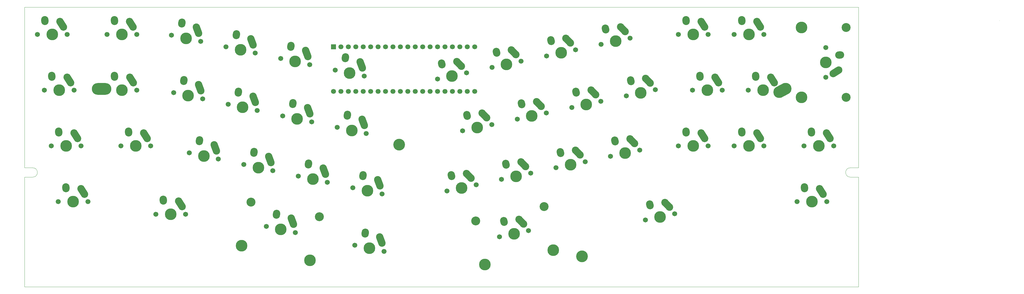
<source format=gts>
%TF.GenerationSoftware,KiCad,Pcbnew,(6.0.6)*%
%TF.CreationDate,2022-07-10T17:12:38+03:00*%
%TF.ProjectId,liisa,6c696973-612e-46b6-9963-61645f706362,rev?*%
%TF.SameCoordinates,Original*%
%TF.FileFunction,Soldermask,Top*%
%TF.FilePolarity,Negative*%
%FSLAX46Y46*%
G04 Gerber Fmt 4.6, Leading zero omitted, Abs format (unit mm)*
G04 Created by KiCad (PCBNEW (6.0.6)) date 2022-07-10 17:12:38*
%MOMM*%
%LPD*%
G01*
G04 APERTURE LIST*
G04 Aperture macros list*
%AMHorizOval*
0 Thick line with rounded ends*
0 $1 width*
0 $2 $3 position (X,Y) of the first rounded end (center of the circle)*
0 $4 $5 position (X,Y) of the second rounded end (center of the circle)*
0 Add line between two ends*
20,1,$1,$2,$3,$4,$5,0*
0 Add two circle primitives to create the rounded ends*
1,1,$1,$2,$3*
1,1,$1,$4,$5*%
G04 Aperture macros list end*
%TA.AperFunction,Profile*%
%ADD10C,0.100000*%
%TD*%
%ADD11C,3.987800*%
%ADD12C,1.701800*%
%ADD13HorizOval,2.500000X-0.788523X0.802407X0.788523X-0.802407X0*%
%ADD14HorizOval,2.500000X-0.079448X0.278905X0.079448X-0.278905X0*%
%ADD15C,4.000000*%
%ADD16O,6.700000X4.000000*%
%ADD17HorizOval,4.000000X-1.103684X-0.586839X1.103684X0.586839X0*%
%ADD18HorizOval,2.500000X-0.393983X1.053756X0.393983X-1.053756X0*%
%ADD19HorizOval,2.500000X0.040861X0.287107X-0.040861X-0.287107X0*%
%ADD20HorizOval,2.500000X-0.604462X0.948815X0.604462X-0.948815X0*%
%ADD21HorizOval,2.500000X-0.019724X0.289328X0.019724X-0.289328X0*%
%ADD22C,3.048000*%
%ADD23HorizOval,2.500000X0.948815X0.604462X-0.948815X-0.604462X0*%
%ADD24HorizOval,2.500000X0.289328X0.019724X-0.289328X-0.019724X0*%
%ADD25C,1.700000*%
%ADD26R,1.700000X1.700000*%
G04 APERTURE END LIST*
D10*
X320410000Y-113520000D02*
X320410000Y-76010000D01*
X38210000Y-72820000D02*
X35410000Y-72820000D01*
X368553350Y-22485001D02*
X368553350Y-22485001D01*
X35410000Y-17920000D02*
X320410000Y-17920000D01*
X38210000Y-76020000D02*
G75*
G03*
X38210000Y-72820000I0J1600000D01*
G01*
X320410000Y-76010000D02*
X317610000Y-76010000D01*
X320410000Y-17920000D02*
X320410000Y-72810000D01*
X35410000Y-76020000D02*
X35410000Y-113520000D01*
X38210000Y-76020000D02*
X35410000Y-76020000D01*
X320410000Y-72810000D02*
X317610000Y-72810000D01*
X317610000Y-72810000D02*
G75*
G03*
X317610000Y-76010000I0J-1600000D01*
G01*
X320410000Y-113520000D02*
X35410000Y-113520000D01*
X35410000Y-72820000D02*
X35410000Y-17920000D01*
D11*
%TO.C,K24*%
X190109366Y-59075760D03*
D12*
X185140376Y-60131951D03*
X195078356Y-58019569D03*
D13*
X192561387Y-54955928D03*
D14*
X186648537Y-54914370D03*
%TD*%
D15*
%TO.C,HOLE_M3*%
X225910000Y-103120000D03*
%TD*%
D16*
%TO.C,HOLE_M3*%
X61710000Y-45820000D03*
%TD*%
D17*
%TO.C,HOLE_M3*%
X294409020Y-46401931D03*
%TD*%
D15*
%TO.C,HOLE_M3*%
X163400000Y-64920000D03*
%TD*%
D12*
%TO.C,K14*%
X110338786Y-71702384D03*
X120276766Y-73814766D03*
D11*
X115307776Y-72758575D03*
D18*
X119223496Y-69992248D03*
D19*
X113838741Y-67549311D03*
%TD*%
D12*
%TO.C,K34*%
X250979491Y-46137416D03*
D11*
X246010501Y-47193607D03*
D12*
X241041511Y-48249798D03*
D13*
X248462522Y-43073775D03*
D14*
X242549672Y-43032217D03*
%TD*%
D11*
%TO.C,K13*%
X109951638Y-52144503D03*
D12*
X114920628Y-53200694D03*
X104982648Y-51088312D03*
D18*
X113867358Y-49378176D03*
D19*
X108482603Y-46935239D03*
%TD*%
D11*
%TO.C,K18*%
X133941488Y-76719293D03*
D12*
X138910478Y-77775484D03*
X128972498Y-75663102D03*
D18*
X137857208Y-73952966D03*
D19*
X132472453Y-71510029D03*
%TD*%
D12*
%TO.C,K31*%
X222407800Y-52210517D03*
X232345780Y-50098135D03*
D11*
X227376790Y-51154326D03*
D13*
X229828811Y-47034494D03*
D14*
X223915961Y-46992936D03*
%TD*%
D11*
%TO.C,K17*%
X128585350Y-56105223D03*
D12*
X123616360Y-55049032D03*
X133554340Y-57161414D03*
D18*
X132501070Y-53338896D03*
D19*
X127116315Y-50895959D03*
%TD*%
D12*
%TO.C,K25*%
X179784238Y-80746022D03*
D11*
X184753228Y-79689831D03*
D12*
X189722218Y-78633640D03*
D13*
X187205249Y-75569999D03*
D14*
X181292399Y-75528441D03*
%TD*%
D12*
%TO.C,K26*%
X195154942Y-38527701D03*
X205092922Y-36415319D03*
D11*
X200123932Y-37471510D03*
D13*
X202575953Y-33351678D03*
D14*
X196663103Y-33310120D03*
%TD*%
D11*
%TO.C,K37*%
X268728750Y-46307500D03*
D12*
X263648750Y-46307500D03*
X273808750Y-46307500D03*
D20*
X271983750Y-42787500D03*
D21*
X266208750Y-41517500D03*
%TD*%
D12*
%TO.C,K22*%
X158241901Y-101360092D03*
D11*
X153272911Y-100303901D03*
D12*
X148303921Y-99247710D03*
D18*
X157188631Y-97537574D03*
D19*
X151803876Y-95094637D03*
%TD*%
D12*
%TO.C,K21*%
X147606210Y-79623820D03*
D11*
X152575200Y-80680011D03*
D12*
X157544190Y-81736202D03*
D18*
X156490920Y-77913684D03*
D19*
X151106165Y-75470747D03*
%TD*%
D11*
%TO.C,K2*%
X47272500Y-46307500D03*
D12*
X42192500Y-46307500D03*
X52352500Y-46307500D03*
D20*
X50527500Y-42787500D03*
D21*
X44752500Y-41517500D03*
%TD*%
D12*
%TO.C,K6*%
X73783750Y-46307500D03*
D11*
X68703750Y-46307500D03*
D20*
X71958750Y-42787500D03*
D21*
X66183750Y-41517500D03*
%TD*%
D12*
%TO.C,K38*%
X258886250Y-65357500D03*
X269046250Y-65357500D03*
D11*
X263966250Y-65357500D03*
D20*
X267221250Y-61837500D03*
D21*
X261446250Y-60567500D03*
%TD*%
%TO.C,K1*%
X42371250Y-22467500D03*
D20*
X48146250Y-23737500D03*
D12*
X49971250Y-27257500D03*
D11*
X44891250Y-27257500D03*
D12*
X39811250Y-27257500D03*
%TD*%
%TO.C,K7*%
X68386250Y-65357500D03*
X78546250Y-65357500D03*
D11*
X73466250Y-65357500D03*
D20*
X76721250Y-61837500D03*
D21*
X70946250Y-60567500D03*
%TD*%
D11*
%TO.C,K11*%
X96674064Y-68797857D03*
D12*
X91705074Y-67741666D03*
X101643054Y-69854048D03*
D18*
X100589784Y-66031530D03*
D19*
X95205029Y-63588593D03*
%TD*%
D12*
%TO.C,K28*%
X208355930Y-74672923D03*
X198417950Y-76785305D03*
D11*
X203386940Y-75729114D03*
D13*
X205838961Y-71609282D03*
D14*
X199926111Y-71567724D03*
%TD*%
D12*
%TO.C,K8*%
X90452500Y-88676736D03*
X80292500Y-88676736D03*
D11*
X85372500Y-88676736D03*
D20*
X88627500Y-85156736D03*
D21*
X82852500Y-83886736D03*
%TD*%
D11*
%TO.C,K41*%
X287778750Y-46307500D03*
D12*
X282698750Y-46307500D03*
D20*
X291033750Y-42787500D03*
D21*
X285258750Y-41517500D03*
%TD*%
D22*
%TO.C,K15*%
X136122517Y-89517424D03*
D12*
X127962118Y-94923926D03*
X118024138Y-92811544D03*
D11*
X132953943Y-104424393D03*
X109599691Y-99460294D03*
D22*
X112768265Y-84553324D03*
D11*
X122993128Y-93867735D03*
D18*
X126908848Y-91101408D03*
D19*
X121524093Y-88658471D03*
%TD*%
%TO.C,K9*%
X89151181Y-23350631D03*
D18*
X94535936Y-25793568D03*
D11*
X90620216Y-28559895D03*
D12*
X85651226Y-27503704D03*
X95589206Y-29616086D03*
%TD*%
%TO.C,K45*%
X299367500Y-84407500D03*
X309527500Y-84407500D03*
D11*
X304447500Y-84407500D03*
D20*
X307702500Y-80887500D03*
D21*
X301927500Y-79617500D03*
%TD*%
D12*
%TO.C,K42*%
X288096250Y-65357500D03*
D11*
X283016250Y-65357500D03*
D12*
X277936250Y-65357500D03*
D20*
X286271250Y-61837500D03*
D21*
X280496250Y-60567500D03*
%TD*%
D12*
%TO.C,K35*%
X235685373Y-68863869D03*
X245623353Y-66751487D03*
D11*
X240654363Y-67807678D03*
D13*
X243106384Y-63687846D03*
D14*
X237193534Y-63646288D03*
%TD*%
D12*
%TO.C,K4*%
X57115000Y-84407500D03*
D11*
X52035000Y-84407500D03*
D12*
X46955000Y-84407500D03*
D20*
X55290000Y-80887500D03*
D21*
X49515000Y-79617500D03*
%TD*%
D12*
%TO.C,K44*%
X311908750Y-65357500D03*
D11*
X306828750Y-65357500D03*
D12*
X301748750Y-65357500D03*
D20*
X310083750Y-61837500D03*
D21*
X304308750Y-60567500D03*
%TD*%
D12*
%TO.C,K39*%
X247623912Y-90670739D03*
D11*
X252592902Y-89614548D03*
D12*
X257561892Y-88558357D03*
D13*
X255044923Y-85494716D03*
D14*
X249132073Y-85453158D03*
%TD*%
D12*
%TO.C,K16*%
X132856630Y-37537522D03*
D11*
X127887640Y-36481331D03*
D12*
X122918650Y-35425140D03*
D18*
X131803360Y-33715004D03*
D19*
X126418605Y-31272067D03*
%TD*%
D12*
%TO.C,K36*%
X258886250Y-27257500D03*
D11*
X263966250Y-27257500D03*
D12*
X269046250Y-27257500D03*
D20*
X267221250Y-23737500D03*
D21*
X261446250Y-22467500D03*
%TD*%
D12*
%TO.C,K30*%
X223726634Y-32454602D03*
X213788654Y-34566984D03*
D11*
X218757644Y-33510793D03*
D13*
X221209665Y-29390961D03*
D14*
X215296815Y-29349403D03*
%TD*%
D22*
%TO.C,K29*%
X189559840Y-91002693D03*
D12*
X197720239Y-96409195D03*
D22*
X212914092Y-86038593D03*
D12*
X207658219Y-94296813D03*
D11*
X216082666Y-100945563D03*
X192728414Y-105909662D03*
X202689229Y-95353004D03*
D13*
X205141250Y-91233172D03*
D14*
X199228400Y-91191614D03*
%TD*%
D12*
%TO.C,K33*%
X232422366Y-30606266D03*
D11*
X237391356Y-29550075D03*
D12*
X242360346Y-28493884D03*
D13*
X239843377Y-25430243D03*
D14*
X233930527Y-25388685D03*
%TD*%
D12*
%TO.C,K40*%
X288096250Y-27257500D03*
X277936250Y-27257500D03*
D11*
X283016250Y-27257500D03*
D20*
X286271250Y-23737500D03*
D21*
X280496250Y-22467500D03*
%TD*%
D12*
%TO.C,K32*%
X226989641Y-70712204D03*
X217051661Y-72824586D03*
D11*
X222020651Y-71768395D03*
D13*
X224472672Y-67648563D03*
D14*
X218559822Y-67607005D03*
%TD*%
D11*
%TO.C,K19*%
X146521351Y-40442049D03*
D12*
X151490341Y-41498240D03*
X141552361Y-39385858D03*
D18*
X150437071Y-37675722D03*
D19*
X145052316Y-35232785D03*
%TD*%
D21*
%TO.C,K5*%
X66142462Y-22467500D03*
D20*
X71917462Y-23737500D03*
D12*
X63582462Y-27257500D03*
X73742462Y-27257500D03*
D11*
X68662462Y-27257500D03*
%TD*%
D12*
%TO.C,K20*%
X142250072Y-59009749D03*
D11*
X147219062Y-60065940D03*
D12*
X152188052Y-61122131D03*
D18*
X151134782Y-57299613D03*
D19*
X145750027Y-54856676D03*
%TD*%
D11*
%TO.C,K23*%
X181490220Y-41432228D03*
D12*
X186459210Y-40376037D03*
X176521230Y-42488419D03*
D13*
X183942241Y-37312396D03*
D14*
X178029391Y-37270838D03*
%TD*%
D12*
%TO.C,K3*%
X54733750Y-65357500D03*
D11*
X49653750Y-65357500D03*
D12*
X44573750Y-65357500D03*
D20*
X52908750Y-61837500D03*
D21*
X47133750Y-60567500D03*
%TD*%
D12*
%TO.C,K43*%
X309210000Y-41862500D03*
D11*
X300955000Y-24844500D03*
D22*
X316195000Y-24844500D03*
D11*
X300955000Y-48720500D03*
X309210000Y-36782500D03*
D22*
X316195000Y-48720500D03*
D12*
X309210000Y-31702500D03*
D23*
X312730000Y-40037500D03*
D24*
X314000000Y-34262500D03*
%TD*%
D12*
%TO.C,K10*%
X86348936Y-47127596D03*
X96286916Y-49239978D03*
D11*
X91317926Y-48183787D03*
D18*
X95233646Y-45417460D03*
D19*
X89848891Y-42974523D03*
%TD*%
D25*
%TO.C,U1*%
X140970000Y-46720000D03*
X143510000Y-46720000D03*
X146050000Y-46720000D03*
X148590000Y-46720000D03*
X151130000Y-46720000D03*
X153670000Y-46720000D03*
X156210000Y-46720000D03*
X158750000Y-46720000D03*
X161290000Y-46720000D03*
X163830000Y-46720000D03*
X166370000Y-46720000D03*
X168910000Y-46720000D03*
X171450000Y-46720000D03*
X173990000Y-46720000D03*
X176530000Y-46720000D03*
X179070000Y-46720000D03*
X181610000Y-46720000D03*
X184150000Y-46720000D03*
X186690000Y-46720000D03*
X189230000Y-46720000D03*
X189230000Y-31480000D03*
X186690000Y-31480000D03*
X184150000Y-31480000D03*
X181610000Y-31480000D03*
X179070000Y-31480000D03*
X176530000Y-31480000D03*
X173990000Y-31480000D03*
X171450000Y-31480000D03*
X168910000Y-31480000D03*
X166370000Y-31480000D03*
X163830000Y-31480000D03*
X161290000Y-31480000D03*
X158750000Y-31480000D03*
X156210000Y-31480000D03*
X153670000Y-31480000D03*
X151130000Y-31480000D03*
X148590000Y-31480000D03*
X146050000Y-31480000D03*
X143510000Y-31480000D03*
D26*
X140970000Y-31480000D03*
%TD*%
D12*
%TO.C,K27*%
X203774088Y-56171234D03*
X213712068Y-54058852D03*
D11*
X208743078Y-55115043D03*
D13*
X211195099Y-50995211D03*
D14*
X205282249Y-50953653D03*
%TD*%
D19*
%TO.C,K12*%
X107784893Y-27311349D03*
D18*
X113169648Y-29754286D03*
D11*
X109253928Y-32520613D03*
D12*
X104284938Y-31464422D03*
X114222918Y-33576804D03*
%TD*%
M02*

</source>
